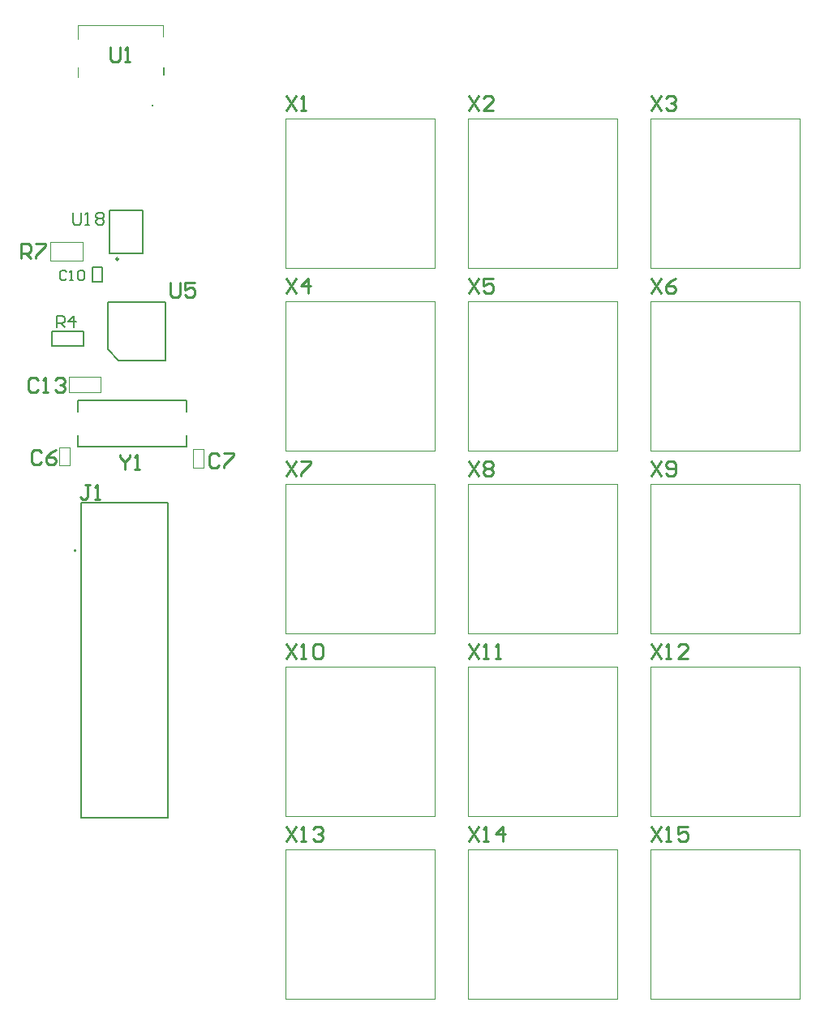
<source format=gto>
G04*
G04 #@! TF.GenerationSoftware,Altium Limited,Altium Designer,25.8.1 (18)*
G04*
G04 Layer_Color=65535*
%FSLAX44Y44*%
%MOMM*%
G71*
G04*
G04 #@! TF.SameCoordinates,A7F0D30D-4BDE-4CBF-861C-FF898D1F1918*
G04*
G04*
G04 #@! TF.FilePolarity,Positive*
G04*
G01*
G75*
%ADD10C,0.2000*%
%ADD11C,0.2540*%
%ADD12C,0.1000*%
%ADD13C,0.0500*%
%ADD14C,0.0508*%
%ADD15C,0.1270*%
D10*
X479339Y952064D02*
G03*
X478340Y952064I-500J0D01*
G01*
D02*
G03*
X479339Y952064I500J0D01*
G01*
D02*
G03*
X478340Y952064I-500J0D01*
G01*
X398970Y488000D02*
G03*
X398970Y488000I-1000J0D01*
G01*
X426584Y767877D02*
Y783627D01*
X416584D02*
X426584D01*
X416584Y767877D02*
Y783627D01*
Y767877D02*
X426584D01*
X400840Y596314D02*
X514090D01*
X400840Y644564D02*
X514339D01*
X400840Y596314D02*
Y608314D01*
X514339Y632564D02*
Y644564D01*
X514090Y596314D02*
Y608314D01*
X400840Y632564D02*
Y644564D01*
X434009Y842814D02*
X469009D01*
Y797814D02*
Y842814D01*
X434009Y797814D02*
X469009D01*
X434009D02*
Y842814D01*
X443200Y686350D02*
X492150D01*
Y746650D01*
X431850D02*
X492150D01*
X431850Y697700D02*
Y746650D01*
Y697700D02*
X443200Y686350D01*
X373500Y716500D02*
X406750D01*
X373500Y701500D02*
Y716500D01*
Y701500D02*
X406750D01*
Y716500D01*
X389169Y778332D02*
X387502Y779998D01*
X384170D01*
X382504Y778332D01*
Y771668D01*
X384170Y770002D01*
X387502D01*
X389169Y771668D01*
X392501Y770002D02*
X395833D01*
X394167D01*
Y779998D01*
X392501Y778332D01*
X400831D02*
X402498Y779998D01*
X405830D01*
X407496Y778332D01*
Y771668D01*
X405830Y770002D01*
X402498D01*
X400831Y771668D01*
Y778332D01*
X395755Y840498D02*
Y829668D01*
X397921Y827502D01*
X402253D01*
X404419Y829668D01*
Y840498D01*
X408751Y827502D02*
X413083D01*
X410917D01*
Y840498D01*
X408751Y838332D01*
X419581D02*
X421747Y840498D01*
X426079D01*
X428245Y838332D01*
Y836166D01*
X426079Y834000D01*
X428245Y831834D01*
Y829668D01*
X426079Y827502D01*
X421747D01*
X419581Y829668D01*
Y831834D01*
X421747Y834000D01*
X419581Y836166D01*
Y838332D01*
X421747Y834000D02*
X426079D01*
X379003Y721002D02*
Y732998D01*
X385001D01*
X387001Y730999D01*
Y727000D01*
X385001Y725001D01*
X379003D01*
X383002D02*
X387001Y721002D01*
X396997D02*
Y732998D01*
X390999Y727000D01*
X398997D01*
D11*
X443009Y791814D02*
G03*
X443009Y791814I-1000J0D01*
G01*
X444843Y587617D02*
Y585078D01*
X449922Y580000D01*
X455000Y585078D01*
Y587617D01*
X449922Y580000D02*
Y572383D01*
X460078D02*
X465157D01*
X462618D01*
Y587617D01*
X460078Y585078D01*
X434843Y1012617D02*
Y999922D01*
X437383Y997383D01*
X442461D01*
X445000Y999922D01*
Y1012617D01*
X450078Y997383D02*
X455157D01*
X452618D01*
Y1012617D01*
X450078Y1010078D01*
X497304Y767617D02*
Y754922D01*
X499843Y752383D01*
X504922D01*
X507461Y754922D01*
Y767617D01*
X522696D02*
X512539D01*
Y760000D01*
X517617Y762539D01*
X520157D01*
X522696Y760000D01*
Y754922D01*
X520157Y752383D01*
X515078D01*
X512539Y754922D01*
X362461Y590078D02*
X359922Y592617D01*
X354843D01*
X352304Y590078D01*
Y579922D01*
X354843Y577383D01*
X359922D01*
X362461Y579922D01*
X377696Y592617D02*
X372617Y590078D01*
X367539Y585000D01*
Y579922D01*
X370078Y577383D01*
X375157D01*
X377696Y579922D01*
Y582461D01*
X375157Y585000D01*
X367539D01*
X548461Y587078D02*
X545922Y589618D01*
X540843D01*
X538304Y587078D01*
Y576922D01*
X540843Y574383D01*
X545922D01*
X548461Y576922D01*
X553539Y589618D02*
X563696D01*
Y587078D01*
X553539Y576922D01*
Y574383D01*
X359113Y666078D02*
X356574Y668617D01*
X351495D01*
X348956Y666078D01*
Y655922D01*
X351495Y653382D01*
X356574D01*
X359113Y655922D01*
X364191Y653382D02*
X369270D01*
X366730D01*
Y668617D01*
X364191Y666078D01*
X376887D02*
X379426Y668617D01*
X384505D01*
X387044Y666078D01*
Y663539D01*
X384505Y661000D01*
X381965D01*
X384505D01*
X387044Y658461D01*
Y655922D01*
X384505Y653382D01*
X379426D01*
X376887Y655922D01*
X414000Y556618D02*
X408922D01*
X411461D01*
Y543922D01*
X408922Y541382D01*
X406382D01*
X403843Y543922D01*
X419078Y541382D02*
X424157D01*
X421618D01*
Y556618D01*
X419078Y554078D01*
X341304Y792383D02*
Y807617D01*
X348922D01*
X351461Y805078D01*
Y800000D01*
X348922Y797461D01*
X341304D01*
X346382D02*
X351461Y792383D01*
X356539Y807617D02*
X366696D01*
Y805078D01*
X356539Y794922D01*
Y792383D01*
X999935Y199738D02*
X1010092Y184503D01*
Y199738D02*
X999935Y184503D01*
X1015170D02*
X1020248D01*
X1017709D01*
Y199738D01*
X1015170Y197199D01*
X1038023Y199738D02*
X1027866D01*
Y192120D01*
X1032944Y194660D01*
X1035483D01*
X1038023Y192120D01*
Y187042D01*
X1035483Y184503D01*
X1030405D01*
X1027866Y187042D01*
X809435Y199738D02*
X819592Y184503D01*
Y199738D02*
X809435Y184503D01*
X824670D02*
X829748D01*
X827209D01*
Y199738D01*
X824670Y197199D01*
X844984Y184503D02*
Y199738D01*
X837366Y192120D01*
X847523D01*
X618935Y199738D02*
X629092Y184503D01*
Y199738D02*
X618935Y184503D01*
X634170D02*
X639248D01*
X636709D01*
Y199738D01*
X634170Y197199D01*
X646866D02*
X649405Y199738D01*
X654483D01*
X657023Y197199D01*
Y194660D01*
X654483Y192120D01*
X651944D01*
X654483D01*
X657023Y189581D01*
Y187042D01*
X654483Y184503D01*
X649405D01*
X646866Y187042D01*
X999935Y390238D02*
X1010092Y375003D01*
Y390238D02*
X999935Y375003D01*
X1015170D02*
X1020248D01*
X1017709D01*
Y390238D01*
X1015170Y387699D01*
X1038023Y375003D02*
X1027866D01*
X1038023Y385160D01*
Y387699D01*
X1035483Y390238D01*
X1030405D01*
X1027866Y387699D01*
X809435Y390238D02*
X819592Y375003D01*
Y390238D02*
X809435Y375003D01*
X824670D02*
X829748D01*
X827209D01*
Y390238D01*
X824670Y387699D01*
X837366Y375003D02*
X842444D01*
X839905D01*
Y390238D01*
X837366Y387699D01*
X618935Y390238D02*
X629092Y375003D01*
Y390238D02*
X618935Y375003D01*
X634170D02*
X639248D01*
X636709D01*
Y390238D01*
X634170Y387699D01*
X646866D02*
X649405Y390238D01*
X654483D01*
X657023Y387699D01*
Y377542D01*
X654483Y375003D01*
X649405D01*
X646866Y377542D01*
Y387699D01*
X999935Y580738D02*
X1010092Y565503D01*
Y580738D02*
X999935Y565503D01*
X1015170Y568042D02*
X1017709Y565503D01*
X1022788D01*
X1025327Y568042D01*
Y578199D01*
X1022788Y580738D01*
X1017709D01*
X1015170Y578199D01*
Y575660D01*
X1017709Y573120D01*
X1025327D01*
X809435Y580738D02*
X819592Y565503D01*
Y580738D02*
X809435Y565503D01*
X824670Y578199D02*
X827209Y580738D01*
X832288D01*
X834827Y578199D01*
Y575660D01*
X832288Y573120D01*
X834827Y570581D01*
Y568042D01*
X832288Y565503D01*
X827209D01*
X824670Y568042D01*
Y570581D01*
X827209Y573120D01*
X824670Y575660D01*
Y578199D01*
X827209Y573120D02*
X832288D01*
X618935Y580738D02*
X629092Y565503D01*
Y580738D02*
X618935Y565503D01*
X634170Y580738D02*
X644327D01*
Y578199D01*
X634170Y568042D01*
Y565503D01*
X999935Y771238D02*
X1010092Y756003D01*
Y771238D02*
X999935Y756003D01*
X1025327Y771238D02*
X1020248Y768699D01*
X1015170Y763621D01*
Y758542D01*
X1017709Y756003D01*
X1022788D01*
X1025327Y758542D01*
Y761081D01*
X1022788Y763621D01*
X1015170D01*
X809435Y771238D02*
X819592Y756003D01*
Y771238D02*
X809435Y756003D01*
X834827Y771238D02*
X824670D01*
Y763621D01*
X829748Y766160D01*
X832288D01*
X834827Y763621D01*
Y758542D01*
X832288Y756003D01*
X827209D01*
X824670Y758542D01*
X618935Y771238D02*
X629092Y756003D01*
Y771238D02*
X618935Y756003D01*
X641788D02*
Y771238D01*
X634170Y763621D01*
X644327D01*
X999935Y961738D02*
X1010092Y946503D01*
Y961738D02*
X999935Y946503D01*
X1015170Y959199D02*
X1017709Y961738D01*
X1022788D01*
X1025327Y959199D01*
Y956660D01*
X1022788Y954120D01*
X1020248D01*
X1022788D01*
X1025327Y951581D01*
Y949042D01*
X1022788Y946503D01*
X1017709D01*
X1015170Y949042D01*
X809435Y961738D02*
X819592Y946503D01*
Y961738D02*
X809435Y946503D01*
X834827D02*
X824670D01*
X834827Y956660D01*
Y959199D01*
X832288Y961738D01*
X827209D01*
X824670Y959199D01*
X618935Y961738D02*
X629092Y946503D01*
Y961738D02*
X618935Y946503D01*
X634170D02*
X639248D01*
X636709D01*
Y961738D01*
X634170Y959199D01*
D12*
X490039Y984064D02*
X490340D01*
Y991564D01*
X490039D02*
X490340D01*
X490039Y984064D02*
Y991564D01*
Y1024064D02*
Y1035834D01*
Y1024064D02*
Y1035834D01*
X400639D02*
X490039D01*
X400639D02*
X490039D01*
X400639Y1021564D02*
Y1035834D01*
Y1021564D02*
Y1035834D01*
Y981564D02*
Y991564D01*
Y981564D02*
Y991564D01*
X617770Y782270D02*
Y938270D01*
Y782270D02*
X773770D01*
Y938270D01*
X617770D02*
X773770D01*
X808270D02*
X964270D01*
Y782270D02*
Y938270D01*
X808270Y782270D02*
X964270D01*
X808270D02*
Y938270D01*
X998770Y782270D02*
Y938270D01*
Y782270D02*
X1154770D01*
Y938270D01*
X998770D02*
X1154770D01*
X617770Y747770D02*
X773770D01*
Y591770D02*
Y747770D01*
X617770Y591770D02*
X773770D01*
X617770D02*
Y747770D01*
X808270Y591770D02*
Y747770D01*
Y591770D02*
X964270D01*
Y747770D01*
X808270D02*
X964270D01*
X998770D02*
X1154770D01*
Y591770D02*
Y747770D01*
X998770Y591770D02*
X1154770D01*
X998770D02*
Y747770D01*
X617770Y401270D02*
Y557270D01*
Y401270D02*
X773770D01*
Y557270D01*
X617770D02*
X773770D01*
X808270D02*
X964270D01*
Y401270D02*
Y557270D01*
X808270Y401270D02*
X964270D01*
X808270D02*
Y557270D01*
X998770Y401270D02*
Y557270D01*
Y401270D02*
X1154770D01*
Y557270D01*
X998770D02*
X1154770D01*
X617770Y366770D02*
X773770D01*
Y210770D02*
Y366770D01*
X617770Y210770D02*
X773770D01*
X617770D02*
Y366770D01*
X808270Y210770D02*
Y366770D01*
Y210770D02*
X964270D01*
Y366770D01*
X808270D02*
X964270D01*
X998770D02*
X1154770D01*
Y210770D02*
Y366770D01*
X998770Y210770D02*
X1154770D01*
X998770D02*
Y366770D01*
X617770Y20270D02*
Y176270D01*
Y20270D02*
X773770D01*
Y176270D01*
X617770D02*
X773770D01*
X808270D02*
X964270D01*
Y20270D02*
Y176270D01*
X808270Y20270D02*
X964270D01*
X808270D02*
Y176270D01*
X998770Y20270D02*
Y176270D01*
Y20270D02*
X1154770D01*
Y176270D01*
X998770D02*
X1154770D01*
D13*
X381500Y595520D02*
X392500D01*
X381500Y576480D02*
X392500D01*
X381500D02*
Y595520D01*
X392500Y576480D02*
Y595520D01*
X521500Y593520D02*
X532500D01*
X521500Y574480D02*
X532500D01*
X521500D02*
Y593520D01*
X532500Y574480D02*
Y593520D01*
X372080Y809620D02*
X405920D01*
X372080Y790380D02*
X405920D01*
Y809620D01*
X372080Y790380D02*
Y809620D01*
D14*
X391270Y668830D02*
X424730D01*
Y653170D02*
Y668830D01*
X391270Y653170D02*
X424730D01*
X391270D02*
Y668830D01*
D15*
X403970Y209200D02*
X494970D01*
X403970D02*
Y538200D01*
X494970D01*
Y209200D02*
Y538200D01*
M02*

</source>
